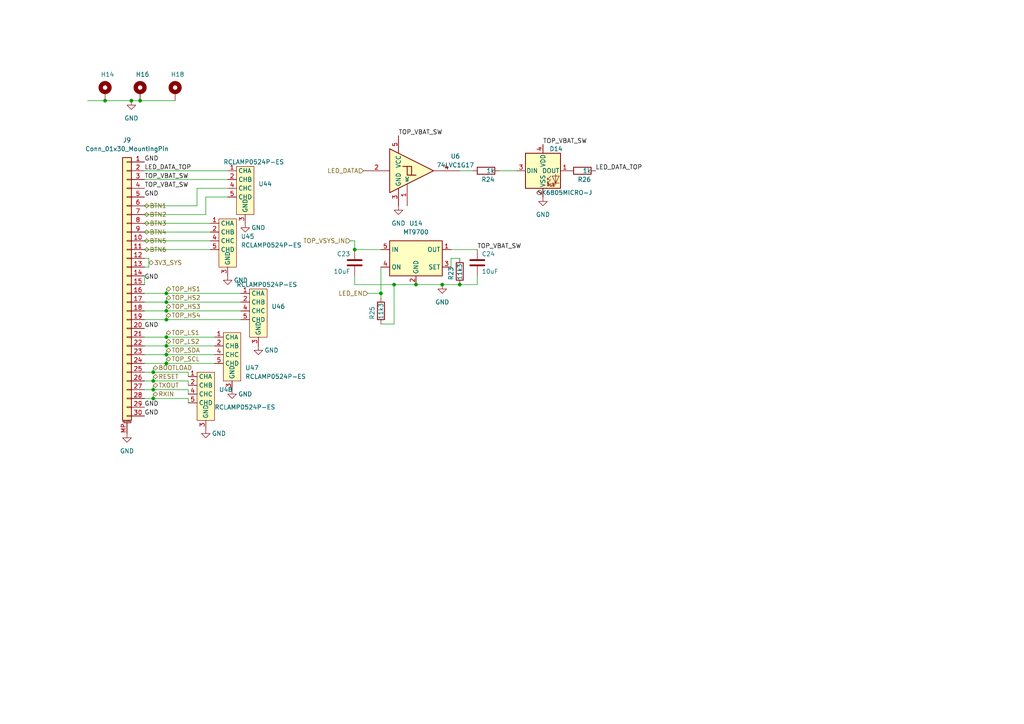
<source format=kicad_sch>
(kicad_sch (version 20231120) (generator "eeschema") (generator_version "8.0")
  (paper "A4")
  (lib_symbols
    (symbol "74xGxx:74LVC1G17"
      (property "Reference" "U" (at 2.54 7.62 0))
      (property "Value" "74LVC1G17" (at 5.08 -7.62 0))
      (symbol "74LVC1G17_0_1"
        (polyline (pts (xy -2.54 1.27) (xy -1.27 1.27) (xy -1.27 -1.27)) (stroke (width 0.254)) (fill (type background)))
        (polyline (pts (xy -7.62 6.35) (xy -7.62 -6.35) (xy 5.08 0) (xy -7.62 6.35)) (stroke (width 0.254)) (fill (type background)))
        (polyline (pts (xy -3.81 1.27) (xy -2.54 1.27) (xy -2.54 -1.27) (xy 0 -1.27)) (stroke (width 0.254)) (fill (type background)))
      )
      (symbol "74LVC1G17_1_1"
        (pin free line (at -2.54 -10.16 90) (length 6.35) (name "NC") (number "1"))
        (pin input line (at -15.24 0 0) (length 7.62) (name "~") (number "2"))
        (pin power_in line (at -5.08 -10.16 90) (length 5.08) (name "GND") (number "3"))
        (pin output line (at 12.7 0 180) (length 7.62) (name "~") (number "4"))
        (pin power_in line (at -5.08 10.16 270) (length 5.08) (name "VCC") (number "5"))
      )
    )
    (symbol "Connector_Generic_MountingPin:Conn_01x30_MountingPin" (pin_names (offset 1.016) hide)
      (property "Reference" "J" (at 0 38.1 0))
      (property "Value" "Conn_01x30_MountingPin" (at 1.27 -40.64 0))
      (symbol "Conn_01x30_MountingPin_1_1"
        (rectangle (start -1.27 -37.973) (end 0 -38.227) (stroke (width 0.1524)))
        (rectangle (start -1.27 -35.433) (end 0 -35.687) (stroke (width 0.1524)))
        (rectangle (start -1.27 -32.893) (end 0 -33.147) (stroke (width 0.1524)))
        (rectangle (start -1.27 -30.353) (end 0 -30.607) (stroke (width 0.1524)))
        (rectangle (start -1.27 -27.813) (end 0 -28.067) (stroke (width 0.1524)))
        (rectangle (start -1.27 -25.273) (end 0 -25.527) (stroke (width 0.1524)))
        (rectangle (start -1.27 -22.733) (end 0 -22.987) (stroke (width 0.1524)))
        (rectangle (start -1.27 -20.193) (end 0 -20.447) (stroke (width 0.1524)))
        (rectangle (start -1.27 -17.653) (end 0 -17.907) (stroke (width 0.1524)))
        (rectangle (start -1.27 -15.113) (end 0 -15.367) (stroke (width 0.1524)))
        (rectangle (start -1.27 -12.573) (end 0 -12.827) (stroke (width 0.1524)))
        (rectangle (start -1.27 -10.033) (end 0 -10.287) (stroke (width 0.1524)))
        (rectangle (start -1.27 -7.493) (end 0 -7.747) (stroke (width 0.1524)))
        (rectangle (start -1.27 -4.953) (end 0 -5.207) (stroke (width 0.1524)))
        (rectangle (start -1.27 -2.413) (end 0 -2.667) (stroke (width 0.1524)))
        (rectangle (start -1.27 0.127) (end 0 -0.127) (stroke (width 0.1524)))
        (rectangle (start -1.27 2.667) (end 0 2.413) (stroke (width 0.1524)))
        (rectangle (start -1.27 5.207) (end 0 4.953) (stroke (width 0.1524)))
        (rectangle (start -1.27 7.747) (end 0 7.493) (stroke (width 0.1524)))
        (rectangle (start -1.27 10.287) (end 0 10.033) (stroke (width 0.1524)))
        (rectangle (start -1.27 12.827) (end 0 12.573) (stroke (width 0.1524)))
        (rectangle (start -1.27 15.367) (end 0 15.113) (stroke (width 0.1524)))
        (rectangle (start -1.27 17.907) (end 0 17.653) (stroke (width 0.1524)))
        (rectangle (start -1.27 20.447) (end 0 20.193) (stroke (width 0.1524)))
        (rectangle (start -1.27 22.987) (end 0 22.733) (stroke (width 0.1524)))
        (rectangle (start -1.27 25.527) (end 0 25.273) (stroke (width 0.1524)))
        (rectangle (start -1.27 28.067) (end 0 27.813) (stroke (width 0.1524)))
        (rectangle (start -1.27 30.607) (end 0 30.353) (stroke (width 0.1524)))
        (rectangle (start -1.27 33.147) (end 0 32.893) (stroke (width 0.1524)))
        (rectangle (start -1.27 35.687) (end 0 35.433) (stroke (width 0.1524)))
        (rectangle (start -1.27 36.83) (end 1.27 -39.37) (stroke (width 0.254)) (fill (type background)))
        (polyline (pts (xy -1.016 -40.132) (xy 1.016 -40.132)) (stroke (width 0.1524)))
        (text "Mounting" (at 0 -39.751 0) (effects (font (size 0.381 0.381))))
        (pin passive line (at -5.08 35.56 0) (length 3.81) (name "Pin_1") (number "1"))
        (pin passive line (at -5.08 12.7 0) (length 3.81) (name "Pin_10") (number "10"))
        (pin passive line (at -5.08 10.16 0) (length 3.81) (name "Pin_11") (number "11"))
        (pin passive line (at -5.08 7.62 0) (length 3.81) (name "Pin_12") (number "12"))
        (pin passive line (at -5.08 5.08 0) (length 3.81) (name "Pin_13") (number "13"))
        (pin passive line (at -5.08 2.54 0) (length 3.81) (name "Pin_14") (number "14"))
        (pin passive line (at -5.08 0 0) (length 3.81) (name "Pin_15") (number "15"))
        (pin passive line (at -5.08 -2.54 0) (length 3.81) (name "Pin_16") (number "16"))
        (pin passive line (at -5.08 -5.08 0) (length 3.81) (name "Pin_17") (number "17"))
        (pin passive line (at -5.08 -7.62 0) (length 3.81) (name "Pin_18") (number "18"))
        (pin passive line (at -5.08 -10.16 0) (length 3.81) (name "Pin_19") (number "19"))
        (pin passive line (at -5.08 33.02 0) (length 3.81) (name "Pin_2") (number "2"))
        (pin passive line (at -5.08 -12.7 0) (length 3.81) (name "Pin_20") (number "20"))
        (pin passive line (at -5.08 -15.24 0) (length 3.81) (name "Pin_21") (number "21"))
        (pin passive line (at -5.08 -17.78 0) (length 3.81) (name "Pin_22") (number "22"))
        (pin passive line (at -5.08 -20.32 0) (length 3.81) (name "Pin_23") (number "23"))
        (pin passive line (at -5.08 -22.86 0) (length 3.81) (name "Pin_24") (number "24"))
        (pin passive line (at -5.08 -25.4 0) (length 3.81) (name "Pin_25") (number "25"))
        (pin passive line (at -5.08 -27.94 0) (length 3.81) (name "Pin_26") (number "26"))
        (pin passive line (at -5.08 -30.48 0) (length 3.81) (name "Pin_27") (number "27"))
        (pin passive line (at -5.08 -33.02 0) (length 3.81) (name "Pin_28") (number "28"))
        (pin passive line (at -5.08 -35.56 0) (length 3.81) (name "Pin_29") (number "29"))
        (pin passive line (at -5.08 30.48 0) (length 3.81) (name "Pin_3") (number "3"))
        (pin passive line (at -5.08 -38.1 0) (length 3.81) (name "Pin_30") (number "30"))
        (pin passive line (at -5.08 27.94 0) (length 3.81) (name "Pin_4") (number "4"))
        (pin passive line (at -5.08 25.4 0) (length 3.81) (name "Pin_5") (number "5"))
        (pin passive line (at -5.08 22.86 0) (length 3.81) (name "Pin_6") (number "6"))
        (pin passive line (at -5.08 20.32 0) (length 3.81) (name "Pin_7") (number "7"))
        (pin passive line (at -5.08 17.78 0) (length 3.81) (name "Pin_8") (number "8"))
        (pin passive line (at -5.08 15.24 0) (length 3.81) (name "Pin_9") (number "9"))
        (pin passive line (at 0 -43.18 90) (length 3.048) (name "MountPin") (number "MP"))
      )
    )
    (symbol "Device:C" (pin_numbers hide) (pin_names (offset 0.254))
      (property "Reference" "C" (at 0.635 2.54 0))
      (property "Value" "C" (at 0.635 -2.54 0))
      (symbol "C_0_1"
        (polyline (pts (xy -2.032 -0.762) (xy 2.032 -0.762)) (stroke (width 0.508)))
        (polyline (pts (xy -2.032 0.762) (xy 2.032 0.762)) (stroke (width 0.508)))
      )
      (symbol "C_1_1"
        (pin passive line (at 0 3.81 270) (length 2.794) (name "~") (number "1"))
        (pin passive line (at 0 -3.81 90) (length 2.794) (name "~") (number "2"))
      )
    )
    (symbol "Device:R" (pin_numbers hide) (pin_names (offset 0))
      (property "Reference" "R" (at 2.032 0 90))
      (property "Value" "R" (at 0 0 90))
      (symbol "R_0_1"
        (rectangle (start -1.016 -2.54) (end 1.016 2.54) (stroke (width 0.254)))
      )
      (symbol "R_1_1"
        (pin passive line (at 0 3.81 270) (length 1.27) (name "~") (number "1"))
        (pin passive line (at 0 -3.81 90) (length 1.27) (name "~") (number "2"))
      )
    )
    (symbol "LED:SK6812MINI" (pin_names (offset 0.254))
      (property "Reference" "D" (at 5.08 5.715 0))
      (property "Value" "SK6812MINI" (at 1.27 -5.715 0))
      (symbol "SK6812MINI_0_0"
        (text "RGB" (at 2.286 -4.191 0) (effects (font (size 0.762 0.762))))
      )
      (symbol "SK6812MINI_0_1"
        (polyline (pts (xy 1.27 -3.556) (xy 1.778 -3.556)))
        (polyline (pts (xy 1.27 -2.54) (xy 1.778 -2.54)))
        (polyline (pts (xy 4.699 -3.556) (xy 2.667 -3.556)))
        (polyline (pts (xy 2.286 -2.54) (xy 1.27 -3.556) (xy 1.27 -3.048)))
        (polyline (pts (xy 2.286 -1.524) (xy 1.27 -2.54) (xy 1.27 -2.032)))
        (polyline (pts (xy 3.683 -1.016) (xy 3.683 -3.556) (xy 3.683 -4.064)))
        (polyline (pts (xy 4.699 -1.524) (xy 2.667 -1.524) (xy 3.683 -3.556) (xy 4.699 -1.524)))
        (rectangle (start 5.08 5.08) (end -5.08 -5.08) (stroke (width 0.254)) (fill (type background)))
      )
      (symbol "SK6812MINI_1_1"
        (pin output line (at 7.62 0 180) (length 2.54) (name "DOUT") (number "1"))
        (pin power_in line (at 0 -7.62 90) (length 2.54) (name "VSS") (number "2"))
        (pin input line (at -7.62 0 0) (length 2.54) (name "DIN") (number "3"))
        (pin power_in line (at 0 7.62 270) (length 2.54) (name "VDD") (number "4"))
      )
    )
    (symbol "Mechanical:MountingHole_Pad" (pin_numbers hide) (pin_names (offset 1.016) hide)
      (property "Reference" "H" (at 0 6.35 0))
      (property "Value" "MountingHole_Pad" (at 0 4.445 0))
      (symbol "MountingHole_Pad_0_1"
        (circle (center 0 1.27) (radius 1.27) (stroke (width 1.27)))
      )
      (symbol "MountingHole_Pad_1_1"
        (pin input line (at 0 -2.54 90) (length 2.54) (name "1") (number "1"))
      )
    )
    (symbol "Power_Management:AAT4610BIGV-1-T1"
      (property "Reference" "U" (at -6.35 -6.35 0))
      (property "Value" "AAT4610BIGV-1-T1" (at 0 6.35 0))
      (symbol "AAT4610BIGV-1-T1_0_1"
        (rectangle (start -7.62 5.08) (end 7.62 -5.08) (stroke (width 0.254)) (fill (type background)))
      )
      (symbol "AAT4610BIGV-1-T1_1_1"
        (pin power_out line (at 10.16 2.54 180) (length 2.54) (name "OUT") (number "1"))
        (pin power_in line (at 0 -7.62 90) (length 2.54) (name "GND") (number "2"))
        (pin passive line (at 10.16 -2.54 180) (length 2.54) (name "SET") (number "3"))
        (pin input line (at -10.16 -2.54 0) (length 2.54) (name "ON") (number "4"))
        (pin power_in line (at -10.16 2.54 0) (length 2.54) (name "IN") (number "5"))
      )
    )
    (symbol "power:GND" (power) (pin_names (offset 0))
      (property "Value" "GND" (at 0 -3.81 0))
      (symbol "GND_0_1"
        (polyline (pts (xy 0 0) (xy 0 -1.27) (xy 1.27 -1.27) (xy 0 -2.54) (xy -1.27 -1.27) (xy 0 -1.27)))
      )
      (symbol "GND_1_1"
        (pin power_in line (at 0 0 270) (length 0) hide (name "GND") (number "1"))
      )
    )
    (symbol "tildagon:RCLAMP0524P-ES"
      (property "Reference" "U" (at 3.81 -6.35 0))
      (property "Value" "RCLAMP0524P-ES" (at 0 8.89 0))
      (symbol "RCLAMP0524P-ES_1_1"
        (rectangle (start -2.54 6.35) (end 2.54 -7.62) (fill (type background)))
        (pin passive line (at -5.08 5.08 0) (length 2.54) (name "CHA") (number "1"))
        (pin passive line (at -5.08 5.08 0) (length 2.54) hide (name "CHA") (number "10"))
        (pin passive line (at -5.08 2.54 0) (length 2.54) (name "CHB") (number "2"))
        (pin power_in line (at 0 -10.16 90) (length 2.54) (name "GND") (number "3"))
        (pin passive line (at -5.08 0 0) (length 2.54) (name "CHC") (number "4"))
        (pin passive line (at -5.08 -2.54 0) (length 2.54) (name "CHD") (number "5"))
        (pin passive line (at -5.08 -2.54 0) (length 2.54) hide (name "CHD") (number "6"))
        (pin passive line (at -5.08 0 0) (length 2.54) hide (name "CHC") (number "7"))
        (pin passive line (at 0 -10.16 90) (length 2.54) hide (name "GND") (number "8"))
        (pin passive line (at -5.08 2.54 0) (length 2.54) hide (name "CHB") (number "9"))
      )
    )
  )
  (junction (at 120.65 82.55))
  (junction (at 48.26 85.09))
  (junction (at 48.26 102.87))
  (junction (at 133.35 82.55))
  (junction (at 48.26 105.41))
  (junction (at 44.45 113.03))
  (junction (at 48.26 87.63))
  (junction (at 48.26 90.17))
  (junction (at 128.27 82.55))
  (junction (at 114.3 82.55))
  (junction (at 30.48 29.21))
  (junction (at 44.45 110.49))
  (junction (at 38.1 29.21))
  (junction (at 102.87 72.39))
  (junction (at 48.26 100.33))
  (junction (at 48.26 92.71))
  (junction (at 44.45 115.57))
  (junction (at 44.45 107.95))
  (junction (at 40.64 29.21))
  (junction (at 110.49 85.09))
  (junction (at 48.26 97.79))
  (wire (pts (xy 133.35 82.55) (xy 138.43 82.55)))
  (wire (pts (xy 38.1 29.21) (xy 40.64 29.21)))
  (wire (pts (xy 41.91 115.57) (xy 44.45 115.57)))
  (wire (pts (xy 48.26 102.87) (xy 62.23 102.87)))
  (wire (pts (xy 48.26 96.52) (xy 48.26 97.79)))
  (wire (pts (xy 106.68 85.09) (xy 110.49 85.09)))
  (wire (pts (xy 41.91 52.07) (xy 66.04 52.07)))
  (wire (pts (xy 48.26 83.82) (xy 48.26 85.09)))
  (wire (pts (xy 59.69 57.15) (xy 66.04 57.15)))
  (wire (pts (xy 41.91 67.31) (xy 60.96 67.31)))
  (wire (pts (xy 41.91 85.09) (xy 48.26 85.09)))
  (wire (pts (xy 102.87 69.85) (xy 102.87 72.39)))
  (wire (pts (xy 41.91 69.85) (xy 60.96 69.85)))
  (wire (pts (xy 54.61 115.57) (xy 54.61 116.84)))
  (wire (pts (xy 41.91 49.53) (xy 66.04 49.53)))
  (wire (pts (xy 41.91 97.79) (xy 48.26 97.79)))
  (wire (pts (xy 66.04 54.61) (xy 57.15 54.61)))
  (wire (pts (xy 41.91 107.95) (xy 44.45 107.95)))
  (wire (pts (xy 41.91 110.49) (xy 44.45 110.49)))
  (wire (pts (xy 41.91 90.17) (xy 48.26 90.17)))
  (wire (pts (xy 44.45 110.49) (xy 54.61 110.49)))
  (wire (pts (xy 138.43 82.55) (xy 138.43 80.01)))
  (wire (pts (xy 48.26 85.09) (xy 69.85 85.09)))
  (wire (pts (xy 30.48 29.21) (xy 38.1 29.21)))
  (wire (pts (xy 114.3 82.55) (xy 120.65 82.55)))
  (wire (pts (xy 130.81 74.93) (xy 133.35 74.93)))
  (wire (pts (xy 41.91 100.33) (xy 48.26 100.33)))
  (wire (pts (xy 41.91 113.03) (xy 44.45 113.03)))
  (wire (pts (xy 48.26 99.06) (xy 48.26 100.33)))
  (wire (pts (xy 128.27 82.55) (xy 133.35 82.55)))
  (wire (pts (xy 48.26 91.44) (xy 48.26 92.71)))
  (wire (pts (xy 44.45 106.68) (xy 44.45 107.95)))
  (wire (pts (xy 54.61 113.03) (xy 54.61 114.3)))
  (wire (pts (xy 48.26 90.17) (xy 69.85 90.17)))
  (wire (pts (xy 54.61 107.95) (xy 54.61 109.22)))
  (wire (pts (xy 41.91 72.39) (xy 60.96 72.39)))
  (wire (pts (xy 41.91 105.41) (xy 48.26 105.41)))
  (wire (pts (xy 41.91 64.77) (xy 60.96 64.77)))
  (wire (pts (xy 44.45 113.03) (xy 54.61 113.03)))
  (wire (pts (xy 44.45 107.95) (xy 54.61 107.95)))
  (wire (pts (xy 133.35 49.53) (xy 137.16 49.53)))
  (wire (pts (xy 48.26 101.6) (xy 48.26 102.87)))
  (wire (pts (xy 40.64 29.21) (xy 50.8 29.21)))
  (wire (pts (xy 48.26 100.33) (xy 62.23 100.33)))
  (wire (pts (xy 114.3 93.98) (xy 114.3 82.55)))
  (wire (pts (xy 102.87 82.55) (xy 114.3 82.55)))
  (wire (pts (xy 41.91 77.47) (xy 43.18 77.47)))
  (wire (pts (xy 41.91 92.71) (xy 48.26 92.71)))
  (wire (pts (xy 44.45 111.76) (xy 44.45 113.03)))
  (wire (pts (xy 48.26 88.9) (xy 48.26 90.17)))
  (wire (pts (xy 48.26 86.36) (xy 48.26 87.63)))
  (wire (pts (xy 144.78 49.53) (xy 149.86 49.53)))
  (wire (pts (xy 57.15 59.69) (xy 41.91 59.69)))
  (wire (pts (xy 130.81 72.39) (xy 138.43 72.39)))
  (wire (pts (xy 54.61 110.49) (xy 54.61 111.76)))
  (wire (pts (xy 41.91 80.01) (xy 41.91 82.55)))
  (wire (pts (xy 43.18 74.93) (xy 43.18 77.47)))
  (wire (pts (xy 41.91 87.63) (xy 48.26 87.63)))
  (wire (pts (xy 44.45 115.57) (xy 54.61 115.57)))
  (wire (pts (xy 44.45 109.22) (xy 44.45 110.49)))
  (wire (pts (xy 102.87 80.01) (xy 102.87 82.55)))
  (wire (pts (xy 48.26 105.41) (xy 62.23 105.41)))
  (wire (pts (xy 120.65 82.55) (xy 128.27 82.55)))
  (wire (pts (xy 48.26 97.79) (xy 62.23 97.79)))
  (wire (pts (xy 110.49 85.09) (xy 110.49 86.36)))
  (wire (pts (xy 25.4 29.21) (xy 30.48 29.21)))
  (wire (pts (xy 41.91 62.23) (xy 59.69 62.23)))
  (wire (pts (xy 44.45 114.3) (xy 44.45 115.57)))
  (wire (pts (xy 59.69 62.23) (xy 59.69 57.15)))
  (wire (pts (xy 110.49 93.98) (xy 114.3 93.98)))
  (wire (pts (xy 101.6 69.85) (xy 102.87 69.85)))
  (wire (pts (xy 57.15 54.61) (xy 57.15 59.69)))
  (wire (pts (xy 102.87 72.39) (xy 110.49 72.39)))
  (wire (pts (xy 48.26 92.71) (xy 69.85 92.71)))
  (wire (pts (xy 41.91 74.93) (xy 43.18 74.93)))
  (wire (pts (xy 130.81 77.47) (xy 130.81 74.93)))
  (wire (pts (xy 48.26 87.63) (xy 69.85 87.63)))
  (wire (pts (xy 110.49 77.47) (xy 110.49 85.09)))
  (wire (pts (xy 48.26 104.14) (xy 48.26 105.41)))
  (wire (pts (xy 41.91 102.87) (xy 48.26 102.87)))
  (label "GND" (at 41.91 120.65 0))
  (label "TOP_VBAT_SW" (at 157.48 41.91 0))
  (label "GND" (at 41.91 57.15 0))
  (label "TOP_VBAT_SW" (at 41.91 52.07 0))
  (label "TOP_VBAT_SW" (at 41.91 54.61 0))
  (label "TOP_VBAT_SW" (at 115.57 39.37 0))
  (label "GND" (at 41.91 81.28 0))
  (label "TOP_VBAT_SW" (at 138.43 72.39 0))
  (label "LED_DATA_TOP" (at 41.91 49.53 0))
  (label "GND" (at 41.91 118.11 0))
  (label "LED_DATA_TOP" (at 172.72 49.53 0))
  (label "GND" (at 41.91 95.25 0))
  (label "GND" (at 41.91 46.99 0))
  (hierarchical_label "RXIN" (shape bidirectional) (at 44.45 114.3 0))
  (hierarchical_label "TOP_HS4" (shape bidirectional) (at 48.26 91.44 0))
  (hierarchical_label "TOP_SCL" (shape bidirectional) (at 48.26 104.14 0))
  (hierarchical_label "TOP_LS2" (shape bidirectional) (at 48.26 99.06 0))
  (hierarchical_label "LED_DATA" (shape input) (at 105.41 49.53 180))
  (hierarchical_label "TOP_SDA" (shape bidirectional) (at 48.26 101.6 0))
  (hierarchical_label "TXOUT" (shape bidirectional) (at 44.45 111.76 0))
  (hierarchical_label "BTN3" (shape bidirectional) (at 41.91 64.77 0))
  (hierarchical_label "TOP_LS1" (shape bidirectional) (at 48.26 96.52 0))
  (hierarchical_label "BTN6" (shape bidirectional) (at 41.91 72.39 0))
  (hierarchical_label "TOP_VSYS_IN" (shape input) (at 101.6 69.85 180))
  (hierarchical_label "TOP_HS2" (shape bidirectional) (at 48.26 86.36 0))
  (hierarchical_label "BTN5" (shape bidirectional) (at 41.91 69.85 0))
  (hierarchical_label "RESET" (shape bidirectional) (at 44.45 109.22 0))
  (hierarchical_label "BTN4" (shape bidirectional) (at 41.91 67.31 0))
  (hierarchical_label "TOP_HS3" (shape bidirectional) (at 48.26 88.9 0))
  (hierarchical_label "BTN2" (shape bidirectional) (at 41.91 62.23 0))
  (hierarchical_label "TOP_HS1" (shape bidirectional) (at 48.26 83.82 0))
  (hierarchical_label "BTN1" (shape bidirectional) (at 41.91 59.69 0))
  (hierarchical_label "LED_EN" (shape input) (at 106.68 85.09 180))
  (hierarchical_label "BOOTLOAD" (shape bidirectional) (at 44.45 106.68 0))
  (hierarchical_label "3V3_SYS" (shape bidirectional) (at 43.18 76.2 0))
  (symbol (lib_id "power:GND") (at 67.31 113.03 0) (unit 1)
    (property "Reference" "#PWR058" (effects (hide yes)))
    (property "Value" "GND" (at 71.12 114.3 0))
  )
  (symbol (lib_id "LED:SK6812MINI") (at 157.48 49.53 0) (unit 1)
    (property "Reference" "D14" (at 161.29 43.18 0))
    (property "Value" "SK6805MICRO-J" (at 163.83 55.88 0))
    (property "Footprint" "tildagon:LED_SK6805_PLCC4_2.4x2.7mm_P1.3mm" (effects (hide yes)))
    (property "Datasheet" "https://cdn-shop.adafruit.com/product-files/2686/SK6812MINI_REV.01-1-2.pdf" (effects (hide yes)))
    (instances (project "tildagon-top" (path "" (reference "D14") (unit 1))) (project "tildagon-base" (path "" (reference "D2") (unit 1))))
  )
  (symbol (lib_id "power:GND") (at 59.69 124.46 0) (unit 1)
    (property "Reference" "#PWR059" (effects (hide yes)))
    (property "Value" "GND" (at 63.5 125.73 0))
  )
  (symbol (lib_id "power:GND") (at 38.1 29.21 0) (unit 1)
    (property "Reference" "#PWR02" (effects (hide yes)))
    (property "Value" "GND" (at 38.1 34.29 0))
  )
  (symbol (lib_id "Device:C") (at 102.87 76.2 0) (mirror y) (unit 1)
    (property "Reference" "C23" (at 101.6 73.66 0) (effects (justify left)))
    (property "Value" "10uF" (at 101.6 78.74 0) (effects (justify left)))
    (property "Footprint" "Capacitor_SMD:C_1206_3216Metric" (effects (hide yes)))
  )
  (symbol (lib_id "Device:C") (at 138.43 76.2 0) (unit 1)
    (property "Reference" "C24" (at 139.7 73.66 0) (effects (justify left)))
    (property "Value" "10uF" (at 139.7 78.74 0) (effects (justify left)))
    (property "Footprint" "Capacitor_SMD:C_1206_3216Metric" (effects (hide yes)))
  )
  (symbol (lib_id "74xGxx:74LVC1G17") (at 120.65 49.53 0) (unit 1)
    (property "Reference" "U6" (at 132.08 45.3391 0))
    (property "Value" "74LVC1G17" (at 132.08 47.8791 0))
    (property "Footprint" "Package_TO_SOT_SMD:SOT-353_SC-70-5" (effects (hide yes)))
    (property "Datasheet" "https://www.ti.com/lit/ds/symlink/sn74lvc1g17.pdf" (effects (hide yes)))
  )
  (symbol (lib_id "Power_Management:AAT4610BIGV-1-T1") (at 120.65 74.93 0) (unit 1)
    (property "Reference" "U14" (at 120.65 64.77 0))
    (property "Value" "MT9700" (at 120.65 67.31 0))
    (property "Footprint" "Package_TO_SOT_SMD:SOT-23-5" (effects (hide yes)))
    (property "Datasheet" "http://www.skyworksinc.com/uploads/documents/201937A.pdf" (effects (hide yes)))
  )
  (symbol (lib_id "power:GND") (at 66.04 80.01 0) (unit 1)
    (property "Reference" "#PWR056" (effects (hide yes)))
    (property "Value" "GND" (at 69.85 81.28 0))
  )
  (symbol (lib_id "Device:R") (at 133.35 78.74 0) (unit 1)
    (property "Reference" "R23" (at 130.81 81.28 90) (effects (justify left)))
    (property "Value" "11k3" (at 133.35 81.28 90) (effects (justify left)))
    (property "Footprint" "Resistor_SMD:R_0402_1005Metric" (effects (hide yes)))
  )
  (symbol (lib_id "Device:R") (at 140.97 49.53 90) (unit 1)
    (property "Reference" "R24" (at 143.51 52.07 90) (effects (justify left)))
    (property "Value" "1k" (at 143.51 49.53 90) (effects (justify left)))
    (property "Footprint" "Resistor_SMD:R_0402_1005Metric" (effects (hide yes)))
  )
  (symbol (lib_id "tildagon:RCLAMP0524P-ES") (at 71.12 54.61 0) (unit 1)
    (property "Reference" "U44" (at 74.93 53.34 0) (effects (justify left)))
    (property "Value" "RCLAMP0524P-ES" (at 64.77 46.99 0) (effects (justify left)))
    (property "Footprint" "tildagon:Diodes_UDFN-10_1.0x2.5mm_P0.5mm" (effects (hide yes)))
  )
  (symbol (lib_id "power:GND") (at 74.93 100.33 0) (unit 1)
    (property "Reference" "#PWR057" (effects (hide yes)))
    (property "Value" "GND" (at 78.74 101.6 0))
  )
  (symbol (lib_id "Mechanical:MountingHole_Pad") (at 50.8 26.67 0) (unit 1)
    (property "Reference" "H18" (at 49.53 21.59 0) (effects (justify left)))
    (property "Value" "MountingHole_Pad" (effects (hide yes)))
    (property "Footprint" "tildagon:SMTSO3030CTJ" (effects (hide yes)))
  )
  (symbol (lib_id "tildagon:RCLAMP0524P-ES") (at 67.31 102.87 0) (unit 1)
    (property "Reference" "U47" (at 71.12 106.68 0) (effects (justify left)))
    (property "Value" "RCLAMP0524P-ES" (at 71.12 109.22 0) (effects (justify left)))
    (property "Footprint" "tildagon:Diodes_UDFN-10_1.0x2.5mm_P0.5mm" (effects (hide yes)))
  )
  (symbol (lib_id "tildagon:RCLAMP0524P-ES") (at 74.93 90.17 0) (unit 1)
    (property "Reference" "U46" (at 78.74 88.9 0) (effects (justify left)))
    (property "Value" "RCLAMP0524P-ES" (at 68.58 82.55 0) (effects (justify left)))
    (property "Footprint" "tildagon:Diodes_UDFN-10_1.0x2.5mm_P0.5mm" (effects (hide yes)))
  )
  (symbol (lib_id "power:GND") (at 36.83 125.73 0) (unit 1)
    (property "Reference" "#PWR07" (effects (hide yes)))
    (property "Value" "GND" (at 36.83 130.81 0))
  )
  (symbol (lib_id "power:GND") (at 128.27 82.55 0) (unit 1)
    (property "Reference" "#PWR033" (effects (hide yes)))
    (property "Value" "GND" (at 128.27 87.63 0))
  )
  (symbol (lib_id "tildagon:RCLAMP0524P-ES") (at 66.04 69.85 0) (unit 1)
    (property "Reference" "U45" (at 69.85 68.58 0) (effects (justify left)))
    (property "Value" "RCLAMP0524P-ES" (at 69.85 71.12 0) (effects (justify left)))
    (property "Footprint" "tildagon:Diodes_UDFN-10_1.0x2.5mm_P0.5mm" (effects (hide yes)))
  )
  (symbol (lib_id "Connector_Generic_MountingPin:Conn_01x30_MountingPin") (at 36.83 82.55 0) (mirror y) (unit 1)
    (property "Reference" "J9" (at 36.83 40.64 0))
    (property "Value" "Conn_01x30_MountingPin" (at 36.83 43.18 0))
    (property "Footprint" "tildagon:Jushuo_AFC01-S30FCC-00_1x30-1MP_P0.50mm_Horizontal" (effects (hide yes)))
  )
  (symbol (lib_id "Mechanical:MountingHole_Pad") (at 30.48 26.67 0) (unit 1)
    (property "Reference" "H14" (at 29.21 21.59 0) (effects (justify left)))
    (property "Value" "MountingHole_Pad" (effects (hide yes)))
    (property "Footprint" "tildagon:SMTSO3030CTJ" (effects (hide yes)))
  )
  (symbol (lib_id "power:GND") (at 115.57 59.69 0) (unit 1)
    (property "Reference" "#PWR035" (effects (hide yes)))
    (property "Value" "GND" (at 115.57 64.77 0))
  )
  (symbol (lib_id "power:GND") (at 157.48 57.15 0) (unit 1)
    (property "Reference" "#PWR034" (effects (hide yes)))
    (property "Value" "GND" (at 157.48 62.23 0))
  )
  (symbol (lib_id "power:GND") (at 71.12 64.77 0) (unit 1)
    (property "Reference" "#PWR055" (effects (hide yes)))
    (property "Value" "GND" (at 74.93 66.04 0))
  )
  (symbol (lib_id "Device:R") (at 110.49 90.17 0) (unit 1)
    (property "Reference" "R25" (at 107.95 92.71 90) (effects (justify left)))
    (property "Value" "11k3" (at 110.49 92.71 90) (effects (justify left)))
    (property "Footprint" "Resistor_SMD:R_0402_1005Metric" (effects (hide yes)))
  )
  (symbol (lib_id "Device:R") (at 168.91 49.53 90) (unit 1)
    (property "Reference" "R26" (at 171.45 52.07 90) (effects (justify left)))
    (property "Value" "1k" (at 171.45 49.53 90) (effects (justify left)))
    (property "Footprint" "Resistor_SMD:R_0402_1005Metric" (effects (hide yes)))
  )
  (symbol (lib_id "Mechanical:MountingHole_Pad") (at 40.64 26.67 0) (unit 1)
    (property "Reference" "H16" (at 39.37 21.59 0) (effects (justify left)))
    (property "Value" "MountingHole_Pad" (effects (hide yes)))
    (property "Footprint" "tildagon:SMTSO3030CTJ" (effects (hide yes)))
  )
  (symbol (lib_id "tildagon:RCLAMP0524P-ES") (at 59.69 114.3 0) (unit 1)
    (property "Reference" "U48" (at 63.5 113.03 0) (effects (justify left)))
    (property "Value" "RCLAMP0524P-ES" (at 62.23 118.11 0) (effects (justify left)))
    (property "Footprint" "tildagon:Diodes_UDFN-10_1.0x2.5mm_P0.5mm" (effects (hide yes)))
  )
)
</source>
